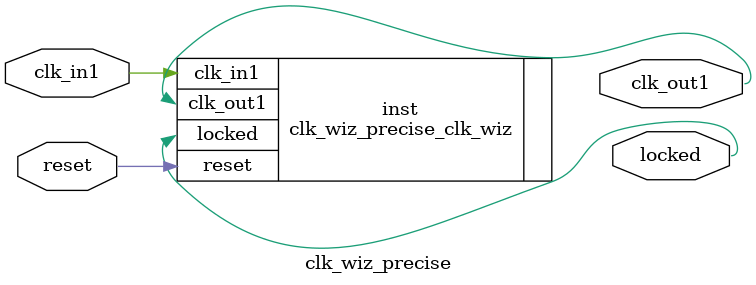
<source format=v>


`timescale 1ps/1ps

(* CORE_GENERATION_INFO = "clk_wiz_precise,clk_wiz_v6_0_0_0,{component_name=clk_wiz_precise,use_phase_alignment=true,use_min_o_jitter=false,use_max_i_jitter=false,use_dyn_phase_shift=false,use_inclk_switchover=false,use_dyn_reconfig=false,enable_axi=0,feedback_source=FDBK_AUTO,PRIMITIVE=PLL,num_out_clk=1,clkin1_period=13.468,clkin2_period=10.0,use_power_down=false,use_reset=true,use_locked=true,use_inclk_stopped=false,feedback_type=SINGLE,CLOCK_MGR_TYPE=NA,manual_override=false}" *)

module clk_wiz_precise 
 (
  // Clock out ports
  output        clk_out1,
  // Status and control signals
  input         reset,
  output        locked,
 // Clock in ports
  input         clk_in1
 );

  clk_wiz_precise_clk_wiz inst
  (
  // Clock out ports  
  .clk_out1(clk_out1),
  // Status and control signals               
  .reset(reset), 
  .locked(locked),
 // Clock in ports
  .clk_in1(clk_in1)
  );

endmodule

</source>
